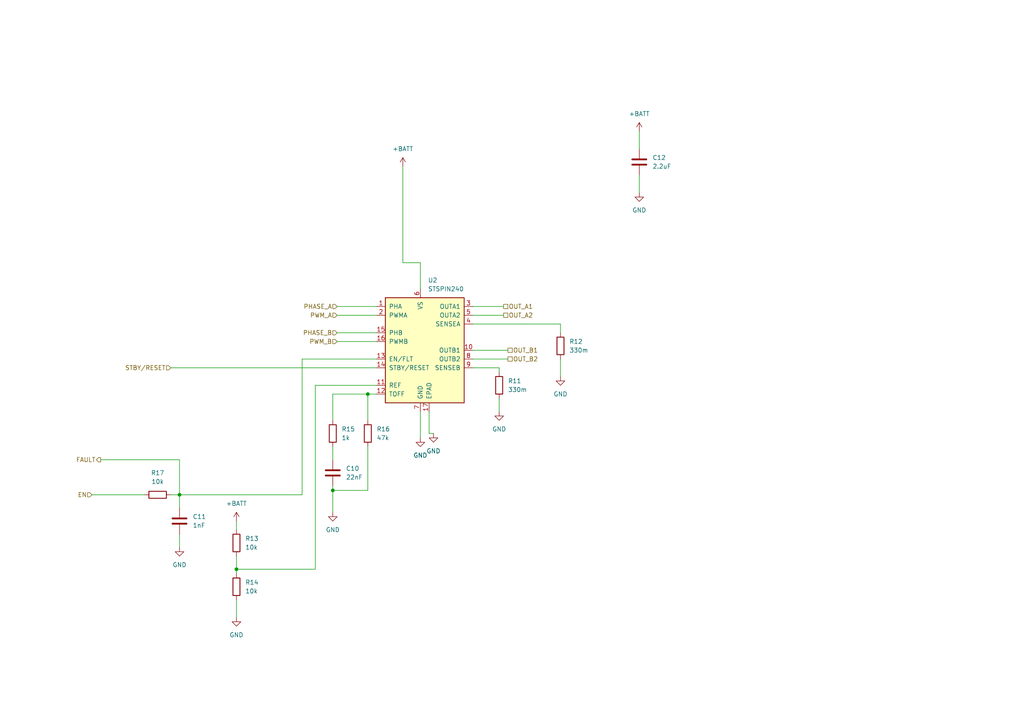
<source format=kicad_sch>
(kicad_sch (version 20230121) (generator eeschema)
  (paper "A4")
  (lib_symbols
    (symbol "Device:C" (pin_numbers hide) (pin_names (offset 0.254))
      (property "Reference" "C" (at 0.635 2.54 0))
      (property "Value" "C" (at 0.635 -2.54 0))
      (symbol "C_0_1"
        (polyline (pts (xy -2.032 -0.762) (xy 2.032 -0.762)) (stroke (width 0.508)))
        (polyline (pts (xy -2.032 0.762) (xy 2.032 0.762)) (stroke (width 0.508)))
      )
      (symbol "C_1_1"
        (pin passive line (at 0 3.81 270) (length 2.794) (name "~") (number "1"))
        (pin passive line (at 0 -3.81 90) (length 2.794) (name "~") (number "2"))
      )
    )
    (symbol "Device:R" (pin_numbers hide) (pin_names (offset 0))
      (property "Reference" "R" (at 2.032 0 90))
      (property "Value" "R" (at 0 0 90))
      (symbol "R_0_1"
        (rectangle (start -1.016 -2.54) (end 1.016 2.54) (stroke (width 0.254)))
      )
      (symbol "R_1_1"
        (pin passive line (at 0 3.81 270) (length 1.27) (name "~") (number "1"))
        (pin passive line (at 0 -3.81 90) (length 1.27) (name "~") (number "2"))
      )
    )
    (symbol "Driver_Motor:STSPIN240" (pin_names (offset 1.016))
      (property "Reference" "U" (at -10.16 16.51 0))
      (property "Value" "STSPIN240" (at 5.08 16.51 0))
      (symbol "STSPIN240_0_1"
        (rectangle (start -10.16 15.24) (end 12.7 -15.24) (stroke (width 0.254)) (fill (type background)))
      )
      (symbol "STSPIN240_1_1"
        (pin input line (at -12.7 12.7 0) (length 2.54) (name "PHA") (number "1"))
        (pin power_out line (at 15.24 0 180) (length 2.54) (name "OUTB1") (number "10"))
        (pin input line (at -12.7 -10.16 0) (length 2.54) (name "REF") (number "11"))
        (pin input line (at -12.7 -12.7 0) (length 2.54) (name "TOFF") (number "12"))
        (pin bidirectional line (at -12.7 -2.54 0) (length 2.54) (name "EN/FLT") (number "13"))
        (pin input line (at -12.7 -5.08 0) (length 2.54) (name "STBY/RESET") (number "14"))
        (pin input line (at -12.7 5.08 0) (length 2.54) (name "PHB") (number "15"))
        (pin input line (at -12.7 2.54 0) (length 2.54) (name "PWMB") (number "16"))
        (pin power_in line (at 2.54 -17.78 90) (length 2.54) (name "EPAD") (number "17"))
        (pin input line (at -12.7 10.16 0) (length 2.54) (name "PWMA") (number "2"))
        (pin power_out line (at 15.24 12.7 180) (length 2.54) (name "OUTA1") (number "3"))
        (pin power_out line (at 15.24 7.62 180) (length 2.54) (name "SENSEA") (number "4"))
        (pin power_out line (at 15.24 10.16 180) (length 2.54) (name "OUTA2") (number "5"))
        (pin power_in line (at 0 17.78 270) (length 2.54) (name "VS") (number "6"))
        (pin power_in line (at 0 -17.78 90) (length 2.54) (name "GND") (number "7"))
        (pin power_out line (at 15.24 -2.54 180) (length 2.54) (name "OUTB2") (number "8"))
        (pin power_out line (at 15.24 -5.08 180) (length 2.54) (name "SENSEB") (number "9"))
      )
    )
    (symbol "power:+BATT" (power) (pin_names (offset 0))
      (property "Value" "+BATT" (at 0 3.556 0))
      (symbol "+BATT_0_1"
        (polyline (pts (xy -0.762 1.27) (xy 0 2.54)))
        (polyline (pts (xy 0 0) (xy 0 2.54)))
        (polyline (pts (xy 0 2.54) (xy 0.762 1.27)))
      )
      (symbol "+BATT_1_1"
        (pin power_in line (at 0 0 90) (length 0) hide (name "+BATT") (number "1"))
      )
    )
    (symbol "power:GND" (power) (pin_names (offset 0))
      (property "Value" "GND" (at 0 -3.81 0))
      (symbol "GND_0_1"
        (polyline (pts (xy 0 0) (xy 0 -1.27) (xy 1.27 -1.27) (xy 0 -2.54) (xy -1.27 -1.27) (xy 0 -1.27)))
      )
      (symbol "GND_1_1"
        (pin power_in line (at 0 0 270) (length 0) hide (name "GND") (number "1"))
      )
    )
  )
  (junction (at 68.58 165.1))
  (junction (at 52.07 143.51))
  (junction (at 106.68 114.3))
  (junction (at 96.52 142.24))
  (wire (pts (xy 97.79 99.06) (xy 109.22 99.06)))
  (wire (pts (xy 185.42 38.1) (xy 185.42 43.18)))
  (wire (pts (xy 137.16 93.98) (xy 162.56 93.98)))
  (wire (pts (xy 137.16 104.14) (xy 147.32 104.14)))
  (wire (pts (xy 52.07 154.94) (xy 52.07 158.75)))
  (wire (pts (xy 144.78 106.68) (xy 144.78 107.95)))
  (wire (pts (xy 68.58 161.29) (xy 68.58 165.1)))
  (wire (pts (xy 137.16 88.9) (xy 146.05 88.9)))
  (wire (pts (xy 106.68 129.54) (xy 106.68 142.24)))
  (wire (pts (xy 96.52 129.54) (xy 96.52 133.35)))
  (wire (pts (xy 96.52 142.24) (xy 106.68 142.24)))
  (wire (pts (xy 116.84 76.2) (xy 121.92 76.2)))
  (wire (pts (xy 109.22 104.14) (xy 87.63 104.14)))
  (wire (pts (xy 106.68 114.3) (xy 106.68 121.92)))
  (wire (pts (xy 124.46 125.73) (xy 125.73 125.73)))
  (wire (pts (xy 26.67 143.51) (xy 41.91 143.51)))
  (wire (pts (xy 137.16 106.68) (xy 144.78 106.68)))
  (wire (pts (xy 68.58 165.1) (xy 68.58 166.37)))
  (wire (pts (xy 144.78 115.57) (xy 144.78 119.38)))
  (wire (pts (xy 49.53 143.51) (xy 52.07 143.51)))
  (wire (pts (xy 162.56 104.14) (xy 162.56 109.22)))
  (wire (pts (xy 68.58 151.13) (xy 68.58 153.67)))
  (wire (pts (xy 49.53 106.68) (xy 109.22 106.68)))
  (wire (pts (xy 106.68 114.3) (xy 96.52 114.3)))
  (wire (pts (xy 116.84 48.26) (xy 116.84 76.2)))
  (wire (pts (xy 162.56 96.52) (xy 162.56 93.98)))
  (wire (pts (xy 52.07 133.35) (xy 52.07 143.51)))
  (wire (pts (xy 137.16 101.6) (xy 147.32 101.6)))
  (wire (pts (xy 109.22 114.3) (xy 106.68 114.3)))
  (wire (pts (xy 29.21 133.35) (xy 52.07 133.35)))
  (wire (pts (xy 97.79 88.9) (xy 109.22 88.9)))
  (wire (pts (xy 124.46 119.38) (xy 124.46 125.73)))
  (wire (pts (xy 52.07 143.51) (xy 52.07 147.32)))
  (wire (pts (xy 121.92 76.2) (xy 121.92 83.82)))
  (wire (pts (xy 97.79 96.52) (xy 109.22 96.52)))
  (wire (pts (xy 91.44 111.76) (xy 91.44 165.1)))
  (wire (pts (xy 91.44 165.1) (xy 68.58 165.1)))
  (wire (pts (xy 97.79 91.44) (xy 109.22 91.44)))
  (wire (pts (xy 109.22 111.76) (xy 91.44 111.76)))
  (wire (pts (xy 68.58 173.99) (xy 68.58 179.07)))
  (wire (pts (xy 185.42 50.8) (xy 185.42 55.88)))
  (wire (pts (xy 137.16 91.44) (xy 146.05 91.44)))
  (wire (pts (xy 87.63 143.51) (xy 52.07 143.51)))
  (wire (pts (xy 96.52 140.97) (xy 96.52 142.24)))
  (wire (pts (xy 87.63 104.14) (xy 87.63 143.51)))
  (wire (pts (xy 96.52 114.3) (xy 96.52 121.92)))
  (wire (pts (xy 96.52 142.24) (xy 96.52 148.59)))
  (wire (pts (xy 121.92 119.38) (xy 121.92 127)))
  (hierarchical_label "PHASE_A" (shape input) (at 97.79 88.9 180))
  (hierarchical_label "OUT_A2" (shape passive) (at 146.05 91.44 0))
  (hierarchical_label "PWM_A" (shape input) (at 97.79 91.44 180))
  (hierarchical_label "FAULT" (shape output) (at 29.21 133.35 180))
  (hierarchical_label "PHASE_B" (shape input) (at 97.79 96.52 180))
  (hierarchical_label "PWM_B" (shape input) (at 97.79 99.06 180))
  (hierarchical_label "OUT_B2" (shape passive) (at 147.32 104.14 0))
  (hierarchical_label "OUT_A1" (shape passive) (at 146.05 88.9 0))
  (hierarchical_label "OUT_B1" (shape passive) (at 147.32 101.6 0))
  (hierarchical_label "STBY{slash}RESET" (shape input) (at 49.53 106.68 180))
  (hierarchical_label "EN" (shape input) (at 26.67 143.51 180))
  (symbol (lib_id "Device:R") (at 106.68 125.73 0) (unit 1)
    (property "Reference" "R16" (at 109.22 124.46 0) (effects (justify left)))
    (property "Value" "47k" (at 109.22 127 0) (effects (justify left)))
    (property "Footprint" "Resistor_SMD:R_0603_1608Metric" (effects hide))
  )
  (symbol (lib_id "power:GND") (at 96.52 148.59 0) (unit 1)
    (property "Reference" "#PWR011" (effects hide))
    (property "Value" "GND" (at 96.52 153.67 0))
  )
  (symbol (lib_id "Driver_Motor:STSPIN240") (at 121.92 101.6 0) (unit 1)
    (property "Reference" "U2" (at 124.1141 81.28 0) (effects (justify left)))
    (property "Value" "STSPIN240" (at 124.1141 83.82 0) (effects (justify left)))
    (property "Footprint" "Package_DFN_QFN:VQFN-16-1EP_3x3mm_P0.5mm_EP1.8x1.8mm" (effects hide))
    (property "Datasheet" "www.st.com/resource/en/datasheet/stspin240.pdf" (effects hide))
  )
  (symbol (lib_id "Device:R") (at 68.58 157.48 0) (unit 1)
    (property "Reference" "R13" (at 71.12 156.21 0) (effects (justify left)))
    (property "Value" "10k" (at 71.12 158.75 0) (effects (justify left)))
    (property "Footprint" "Resistor_SMD:R_0603_1608Metric" (effects hide))
  )
  (symbol (lib_id "power:GND") (at 144.78 119.38 0) (unit 1)
    (property "Reference" "#PWR017" (effects hide))
    (property "Value" "GND" (at 144.78 124.46 0))
  )
  (symbol (lib_id "power:+BATT") (at 185.42 38.1 0) (unit 1)
    (property "Reference" "#PWR09" (effects hide))
    (property "Value" "+BATT" (at 185.42 33.02 0))
  )
  (symbol (lib_id "power:GND") (at 121.92 127 0) (unit 1)
    (property "Reference" "#PWR012" (effects hide))
    (property "Value" "GND" (at 121.92 132.08 0))
  )
  (symbol (lib_id "power:GND") (at 68.58 179.07 0) (unit 1)
    (property "Reference" "#PWR020" (effects hide))
    (property "Value" "GND" (at 68.58 184.15 0))
  )
  (symbol (lib_id "power:+BATT") (at 116.84 48.26 0) (unit 1)
    (property "Reference" "#PWR018" (effects hide))
    (property "Value" "+BATT" (at 116.84 43.18 0))
  )
  (symbol (lib_id "power:GND") (at 52.07 158.75 0) (unit 1)
    (property "Reference" "#PWR025" (effects hide))
    (property "Value" "GND" (at 52.07 163.83 0))
  )
  (symbol (lib_id "Device:C") (at 52.07 151.13 0) (unit 1)
    (property "Reference" "C11" (at 55.88 149.86 0) (effects (justify left)))
    (property "Value" "1nF" (at 55.88 152.4 0) (effects (justify left)))
    (property "Footprint" "Capacitor_SMD:C_0603_1608Metric" (effects hide))
  )
  (symbol (lib_id "Device:R") (at 68.58 170.18 0) (unit 1)
    (property "Reference" "R14" (at 71.12 168.91 0) (effects (justify left)))
    (property "Value" "10k" (at 71.12 171.45 0) (effects (justify left)))
    (property "Footprint" "Resistor_SMD:R_0603_1608Metric" (effects hide))
  )
  (symbol (lib_id "Device:C") (at 185.42 46.99 0) (unit 1)
    (property "Reference" "C12" (at 189.23 45.72 0) (effects (justify left)))
    (property "Value" "2.2uF" (at 189.23 48.26 0) (effects (justify left)))
    (property "Footprint" "Capacitor_SMD:C_0603_1608Metric" (effects hide))
  )
  (symbol (lib_id "Device:R") (at 162.56 100.33 0) (unit 1)
    (property "Reference" "R12" (at 165.1 99.06 0) (effects (justify left)))
    (property "Value" "330m" (at 165.1 101.6 0) (effects (justify left)))
    (property "Footprint" "Resistor_SMD:R_2512_6332Metric" (effects hide))
  )
  (symbol (lib_id "power:+BATT") (at 68.58 151.13 0) (unit 1)
    (property "Reference" "#PWR019" (effects hide))
    (property "Value" "+BATT" (at 68.58 146.05 0))
  )
  (symbol (lib_id "Device:R") (at 144.78 111.76 0) (unit 1)
    (property "Reference" "R11" (at 147.32 110.49 0) (effects (justify left)))
    (property "Value" "330m" (at 147.32 113.03 0) (effects (justify left)))
    (property "Footprint" "Resistor_SMD:R_2512_6332Metric" (effects hide))
  )
  (symbol (lib_id "Device:C") (at 96.52 137.16 0) (unit 1)
    (property "Reference" "C10" (at 100.33 135.89 0) (effects (justify left)))
    (property "Value" "22nF" (at 100.33 138.43 0) (effects (justify left)))
    (property "Footprint" "Capacitor_SMD:C_0603_1608Metric" (effects hide))
  )
  (symbol (lib_id "power:GND") (at 125.73 125.73 0) (unit 1)
    (property "Reference" "#PWR013" (effects hide))
    (property "Value" "GND" (at 125.73 130.81 0))
  )
  (symbol (lib_id "Device:R") (at 45.72 143.51 90) (unit 1)
    (property "Reference" "R17" (at 45.72 137.16 90))
    (property "Value" "10k" (at 45.72 139.7 90))
    (property "Footprint" "Resistor_SMD:R_0603_1608Metric" (effects hide))
  )
  (symbol (lib_id "power:GND") (at 162.56 109.22 0) (unit 1)
    (property "Reference" "#PWR016" (effects hide))
    (property "Value" "GND" (at 162.56 114.3 0))
  )
  (symbol (lib_id "Device:R") (at 96.52 125.73 0) (unit 1)
    (property "Reference" "R15" (at 99.06 124.46 0) (effects (justify left)))
    (property "Value" "1k" (at 99.06 127 0) (effects (justify left)))
    (property "Footprint" "Resistor_SMD:R_0603_1608Metric" (effects hide))
  )
  (symbol (lib_id "power:GND") (at 185.42 55.88 0) (unit 1)
    (property "Reference" "#PWR010" (effects hide))
    (property "Value" "GND" (at 185.42 60.96 0))
  )
)
</source>
